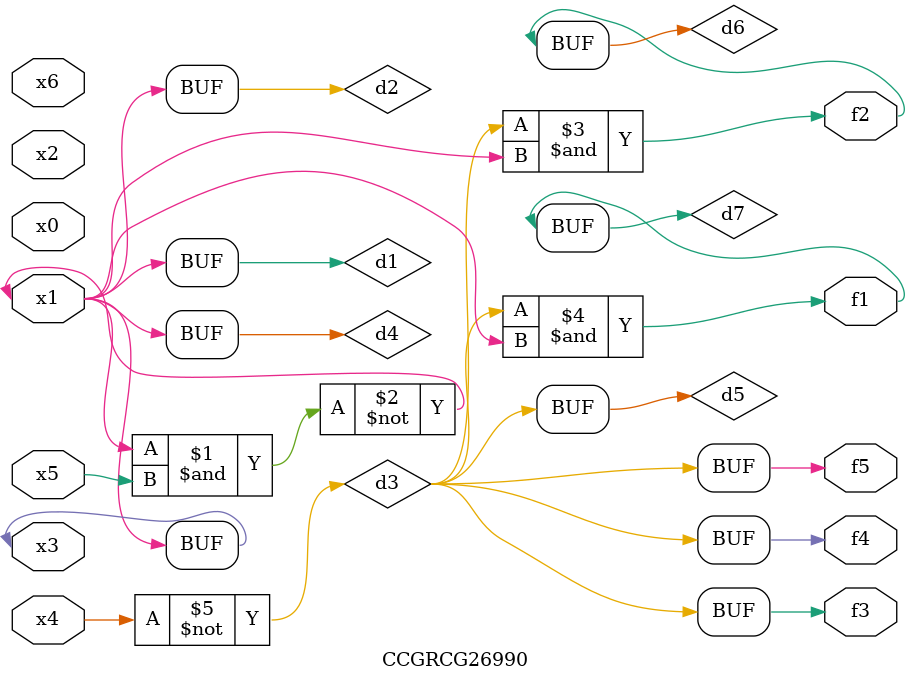
<source format=v>
module CCGRCG26990(
	input x0, x1, x2, x3, x4, x5, x6,
	output f1, f2, f3, f4, f5
);

	wire d1, d2, d3, d4, d5, d6, d7;

	buf (d1, x1, x3);
	nand (d2, x1, x5);
	not (d3, x4);
	buf (d4, d1, d2);
	buf (d5, d3);
	and (d6, d3, d4);
	and (d7, d3, d4);
	assign f1 = d7;
	assign f2 = d6;
	assign f3 = d5;
	assign f4 = d5;
	assign f5 = d5;
endmodule

</source>
